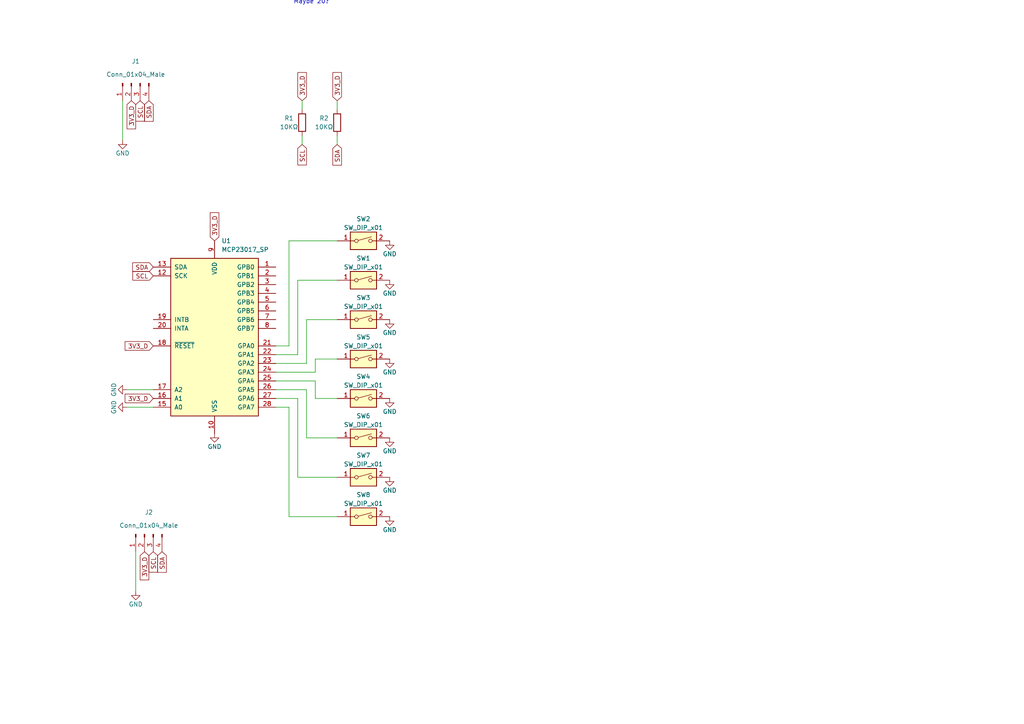
<source format=kicad_sch>
(kicad_sch (version 20231120) (generator "eeschema") (generator_version "8.0")
  (paper "A4")
  (title_block (title "Navigation Keypad") (date "2024-03-02") (rev "1.0.0"))
  (lib_symbols
    (symbol "Connector:Conn_01x04_Male" (pin_names (offset 1.016) hide)
      (property "Reference" "J" (at 0 5.08 0))
      (property "Value" "Conn_01x04_Male" (at 0 -7.62 0))
      (symbol "Conn_01x04_Male_1_1"
        (polyline (pts (xy 1.27 -5.08) (xy 0.8636 -5.08)) (stroke (width 0.1524)))
        (polyline (pts (xy 1.27 -2.54) (xy 0.8636 -2.54)) (stroke (width 0.1524)))
        (polyline (pts (xy 1.27 0) (xy 0.8636 0)) (stroke (width 0.1524)))
        (polyline (pts (xy 1.27 2.54) (xy 0.8636 2.54)) (stroke (width 0.1524)))
        (rectangle (start 0.8636 -4.953) (end 0 -5.207) (stroke (width 0.1524)) (fill (type outline)))
        (rectangle (start 0.8636 -2.413) (end 0 -2.667) (stroke (width 0.1524)) (fill (type outline)))
        (rectangle (start 0.8636 0.127) (end 0 -0.127) (stroke (width 0.1524)) (fill (type outline)))
        (rectangle (start 0.8636 2.667) (end 0 2.413) (stroke (width 0.1524)) (fill (type outline)))
        (pin passive line (at 5.08 2.54 180) (length 3.81) (name "Pin_1") (number "1"))
        (pin passive line (at 5.08 0 180) (length 3.81) (name "Pin_2") (number "2"))
        (pin passive line (at 5.08 -2.54 180) (length 3.81) (name "Pin_3") (number "3"))
        (pin passive line (at 5.08 -5.08 180) (length 3.81) (name "Pin_4") (number "4"))
      )
    )
    (symbol "Device:R" (pin_numbers hide) (pin_names (offset 0))
      (property "Reference" "R" (at 2.032 0 90))
      (property "Value" "R" (at 0 0 90))
      (symbol "R_0_1"
        (rectangle (start -1.016 -2.54) (end 1.016 2.54) (stroke (width 0.254)))
      )
      (symbol "R_1_1"
        (pin passive line (at 0 3.81 270) (length 1.27) (name "~") (number "1"))
        (pin passive line (at 0 -3.81 90) (length 1.27) (name "~") (number "2"))
      )
    )
    (symbol "Interface_Expansion:MCP23017_SP" (pin_names (offset 1.016))
      (property "Reference" "U" (at -11.43 24.13 0))
      (property "Value" "MCP23017_SP" (at 0 0 0))
      (symbol "MCP23017_SP_0_1"
        (rectangle (start -12.7 22.86) (end 12.7 -22.86) (stroke (width 0.254)) (fill (type background)))
      )
      (symbol "MCP23017_SP_1_1"
        (pin bidirectional line (at 17.78 20.32 180) (length 5.08) (name "GPB0") (number "1"))
        (pin power_in line (at 0 -27.94 90) (length 5.08) (name "VSS") (number "10"))
        (pin no_connect line (at -12.7 15.24 0) (length 5.08) hide (name "NC") (number "11"))
        (pin input line (at -17.78 17.78 0) (length 5.08) (name "SCK") (number "12"))
        (pin bidirectional line (at -17.78 20.32 0) (length 5.08) (name "SDA") (number "13"))
        (pin no_connect line (at -12.7 12.7 0) (length 5.08) hide (name "NC") (number "14"))
        (pin input line (at -17.78 -20.32 0) (length 5.08) (name "A0") (number "15"))
        (pin input line (at -17.78 -17.78 0) (length 5.08) (name "A1") (number "16"))
        (pin input line (at -17.78 -15.24 0) (length 5.08) (name "A2") (number "17"))
        (pin input line (at -17.78 -2.54 0) (length 5.08) (name "~{RESET}") (number "18"))
        (pin tri_state line (at -17.78 5.08 0) (length 5.08) (name "INTB") (number "19"))
        (pin bidirectional line (at 17.78 17.78 180) (length 5.08) (name "GPB1") (number "2"))
        (pin tri_state line (at -17.78 2.54 0) (length 5.08) (name "INTA") (number "20"))
        (pin bidirectional line (at 17.78 -2.54 180) (length 5.08) (name "GPA0") (number "21"))
        (pin bidirectional line (at 17.78 -5.08 180) (length 5.08) (name "GPA1") (number "22"))
        (pin bidirectional line (at 17.78 -7.62 180) (length 5.08) (name "GPA2") (number "23"))
        (pin bidirectional line (at 17.78 -10.16 180) (length 5.08) (name "GPA3") (number "24"))
        (pin bidirectional line (at 17.78 -12.7 180) (length 5.08) (name "GPA4") (number "25"))
        (pin bidirectional line (at 17.78 -15.24 180) (length 5.08) (name "GPA5") (number "26"))
        (pin bidirectional line (at 17.78 -17.78 180) (length 5.08) (name "GPA6") (number "27"))
        (pin bidirectional line (at 17.78 -20.32 180) (length 5.08) (name "GPA7") (number "28"))
        (pin bidirectional line (at 17.78 15.24 180) (length 5.08) (name "GPB2") (number "3"))
        (pin bidirectional line (at 17.78 12.7 180) (length 5.08) (name "GPB3") (number "4"))
        (pin bidirectional line (at 17.78 10.16 180) (length 5.08) (name "GPB4") (number "5"))
        (pin bidirectional line (at 17.78 7.62 180) (length 5.08) (name "GPB5") (number "6"))
        (pin bidirectional line (at 17.78 5.08 180) (length 5.08) (name "GPB6") (number "7"))
        (pin bidirectional line (at 17.78 2.54 180) (length 5.08) (name "GPB7") (number "8"))
        (pin power_in line (at 0 27.94 270) (length 5.08) (name "VDD") (number "9"))
      )
    )
    (symbol "Switch:SW_DIP_x01" (pin_names (offset 0) hide)
      (property "Reference" "SW" (at 0 3.81 0))
      (property "Value" "SW_DIP_x01" (at 0 -3.81 0))
      (symbol "SW_DIP_x01_0_0"
        (circle (center -2.032 0) (radius 0.508))
        (polyline (pts (xy -1.524 0.127) (xy 2.3622 1.1684)))
        (circle (center 2.032 0) (radius 0.508))
      )
      (symbol "SW_DIP_x01_0_1"
        (rectangle (start -3.81 2.54) (end 3.81 -2.54) (stroke (width 0.254)) (fill (type background)))
      )
      (symbol "SW_DIP_x01_1_1"
        (pin passive line (at -7.62 0 0) (length 5.08) (name "~") (number "1"))
        (pin passive line (at 7.62 0 180) (length 5.08) (name "~") (number "2"))
      )
    )
    (symbol "power:GND" (power) (pin_names (offset 0))
      (property "Value" "GND" (at 0 -3.81 0))
      (symbol "GND_0_1"
        (polyline (pts (xy 0 0) (xy 0 -1.27) (xy 1.27 -1.27) (xy 0 -2.54) (xy -1.27 -1.27) (xy 0 -1.27)))
      )
      (symbol "GND_1_1"
        (pin power_in line (at 0 0 270) (length 0) hide (name "GND") (number "1"))
      )
    )
  )
  (wire (pts (xy 83.82 100.33) (xy 83.82 69.85)))
  (wire (pts (xy 91.44 107.95) (xy 91.44 104.14)))
  (wire (pts (xy 91.44 115.57) (xy 97.79 115.57)))
  (wire (pts (xy 80.01 105.41) (xy 88.9 105.41)))
  (wire (pts (xy 83.82 118.11) (xy 83.82 149.86)))
  (wire (pts (xy 80.01 100.33) (xy 83.82 100.33)))
  (wire (pts (xy 80.01 113.03) (xy 88.9 113.03)))
  (wire (pts (xy 39.37 160.02) (xy 39.37 171.45)))
  (wire (pts (xy 88.9 113.03) (xy 88.9 127)))
  (wire (pts (xy 87.63 39.37) (xy 87.63 41.91)))
  (wire (pts (xy 97.79 31.75) (xy 97.79 29.21)))
  (wire (pts (xy 86.36 115.57) (xy 86.36 138.43)))
  (wire (pts (xy 83.82 149.86) (xy 97.79 149.86)))
  (wire (pts (xy 36.83 113.03) (xy 44.45 113.03)))
  (wire (pts (xy 88.9 92.71) (xy 97.79 92.71)))
  (wire (pts (xy 83.82 69.85) (xy 97.79 69.85)))
  (wire (pts (xy 80.01 107.95) (xy 91.44 107.95)))
  (wire (pts (xy 35.56 29.21) (xy 35.56 40.64)))
  (wire (pts (xy 36.83 118.11) (xy 44.45 118.11)))
  (wire (pts (xy 97.79 39.37) (xy 97.79 41.91)))
  (wire (pts (xy 80.01 110.49) (xy 91.44 110.49)))
  (wire (pts (xy 86.36 102.87) (xy 86.36 81.28)))
  (wire (pts (xy 86.36 81.28) (xy 97.79 81.28)))
  (wire (pts (xy 88.9 105.41) (xy 88.9 92.71)))
  (wire (pts (xy 91.44 104.14) (xy 97.79 104.14)))
  (wire (pts (xy 80.01 118.11) (xy 83.82 118.11)))
  (wire (pts (xy 80.01 115.57) (xy 86.36 115.57)))
  (wire (pts (xy 91.44 110.49) (xy 91.44 115.57)))
  (wire (pts (xy 88.9 127) (xy 97.79 127)))
  (wire (pts (xy 87.63 31.75) (xy 87.63 29.21)))
  (wire (pts (xy 80.01 102.87) (xy 86.36 102.87)))
  (wire (pts (xy 86.36 138.43) (xy 97.79 138.43)))
  (text "Maybe 20?" (at 85.09 1.27 0) (effects (font (size 1.27 1.27)) (justify left bottom)))
  (global_label "3V3_D" (shape input) (at 97.79 29.21 90) (property "Intersheetrefs" "${INTERSHEET_REFS}" (effects (hide yes))))
  (global_label "SDA" (shape input) (at 46.99 160.02 270) (property "Intersheetrefs" "${INTERSHEET_REFS}" (effects (hide yes))))
  (global_label "3V3_D" (shape input) (at 44.45 100.33 180) (property "Intersheetrefs" "${INTERSHEET_REFS}" (effects (hide yes))))
  (global_label "3V3_D" (shape input) (at 62.23 69.85 90) (property "Intersheetrefs" "${INTERSHEET_REFS}" (effects (hide yes))))
  (global_label "3V3_D" (shape input) (at 41.91 160.02 270) (property "Intersheetrefs" "${INTERSHEET_REFS}" (effects (hide yes))))
  (global_label "3V3_D" (shape input) (at 38.1 29.21 270) (property "Intersheetrefs" "${INTERSHEET_REFS}" (effects (hide yes))))
  (global_label "SDA" (shape input) (at 44.45 77.47 180) (property "Intersheetrefs" "${INTERSHEET_REFS}" (effects (hide yes))))
  (global_label "SCL" (shape input) (at 44.45 160.02 270) (property "Intersheetrefs" "${INTERSHEET_REFS}" (effects (hide yes))))
  (global_label "SDA" (shape input) (at 43.18 29.21 270) (property "Intersheetrefs" "${INTERSHEET_REFS}" (effects (hide yes))))
  (global_label "SCL" (shape input) (at 40.64 29.21 270) (property "Intersheetrefs" "${INTERSHEET_REFS}" (effects (hide yes))))
  (global_label "3V3_D" (shape input) (at 87.63 29.21 90) (property "Intersheetrefs" "${INTERSHEET_REFS}" (effects (hide yes))))
  (global_label "3V3_D" (shape input) (at 44.45 115.57 180) (property "Intersheetrefs" "${INTERSHEET_REFS}" (effects (hide yes))))
  (global_label "SCL" (shape input) (at 87.63 41.91 270) (property "Intersheetrefs" "${INTERSHEET_REFS}" (effects (hide yes))))
  (global_label "SDA" (shape input) (at 97.79 41.91 270) (property "Intersheetrefs" "${INTERSHEET_REFS}" (effects (hide yes))))
  (global_label "SCL" (shape input) (at 44.45 80.01 180) (property "Intersheetrefs" "${INTERSHEET_REFS}" (effects (hide yes))))
  (symbol (lib_id "Switch:SW_DIP_x01") (at 105.41 69.85 0) (unit 1)
    (property "Reference" "SW2" (at 105.41 63.5 0))
    (property "Value" "SW_DIP_x01" (at 105.41 66.04 0))
    (property "Footprint" "Button_Switch_THT:SW_PUSH_6mm" (effects (hide yes)))
  )
  (symbol (lib_id "Device:R") (at 97.79 35.56 180) (unit 1)
    (property "Reference" "R2" (at 93.98 34.29 0))
    (property "Value" "10KΩ" (at 93.98 36.83 0))
    (property "Footprint" "Resistor_THT:R_Axial_DIN0207_L6.3mm_D2.5mm_P10.16mm_Horizontal" (effects (hide yes)))
  )
  (symbol (lib_id "power:GND") (at 113.03 115.57 0) (mirror y) (unit 1)
    (property "Reference" "#PWR0108" (effects (hide yes)))
    (property "Value" "GND" (at 113.03 119.38 0))
  )
  (symbol (lib_id "Interface_Expansion:MCP23017_SP") (at 62.23 97.79 0) (unit 1)
    (property "Reference" "U1" (at 64.2494 69.85 0) (effects (justify left)))
    (property "Value" "MCP23017_SP" (at 64.2494 72.39 0) (effects (justify left)))
    (property "Footprint" "Package_DIP:DIP-28_W7.62mm" (effects (hide yes)))
    (property "Datasheet" "http://ww1.microchip.com/downloads/en/DeviceDoc/20001952C.pdf" (effects (hide yes)))
  )
  (symbol (lib_id "power:GND") (at 36.83 113.03 270) (mirror x) (unit 1)
    (property "Reference" "#PWR0102" (effects (hide yes)))
    (property "Value" "GND" (at 33.02 113.03 0))
  )
  (symbol (lib_id "Connector:Conn_01x04_Male") (at 38.1 24.13 90) (mirror x) (unit 1)
    (property "Reference" "J1" (at 39.37 17.78 90))
    (property "Value" "Conn_01x04_Male" (at 39.37 21.59 90))
    (property "Footprint" "Connector_PinHeader_2.54mm:PinHeader_1x04_P2.54mm_Horizontal" (effects (hide yes)))
  )
  (symbol (lib_id "Connector:Conn_01x04_Male") (at 41.91 154.94 90) (mirror x) (unit 1)
    (property "Reference" "J2" (at 43.18 148.59 90))
    (property "Value" "Conn_01x04_Male" (at 43.18 152.4 90))
    (property "Footprint" "Connector_PinSocket_2.54mm:PinSocket_1x04_P2.54mm_Horizontal" (effects (hide yes)))
  )
  (symbol (lib_id "Switch:SW_DIP_x01") (at 105.41 127 0) (unit 1)
    (property "Reference" "SW6" (at 105.41 120.65 0))
    (property "Value" "SW_DIP_x01" (at 105.41 123.19 0))
    (property "Footprint" "Button_Switch_THT:SW_PUSH_6mm" (effects (hide yes)))
  )
  (symbol (lib_id "Device:R") (at 87.63 35.56 180) (unit 1)
    (property "Reference" "R1" (at 83.82 34.29 0))
    (property "Value" "10KΩ" (at 83.82 36.83 0))
    (property "Footprint" "Resistor_THT:R_Axial_DIN0207_L6.3mm_D2.5mm_P10.16mm_Horizontal" (effects (hide yes)))
  )
  (symbol (lib_id "power:GND") (at 113.03 69.85 0) (mirror y) (unit 1)
    (property "Reference" "#PWR0112" (effects (hide yes)))
    (property "Value" "GND" (at 113.03 73.66 0))
  )
  (symbol (lib_id "power:GND") (at 62.23 125.73 0) (mirror y) (unit 1)
    (property "Reference" "#PWR0103" (effects (hide yes)))
    (property "Value" "GND" (at 62.23 129.54 0))
  )
  (symbol (lib_id "Switch:SW_DIP_x01") (at 105.41 81.28 0) (unit 1)
    (property "Reference" "SW1" (at 105.41 74.93 0))
    (property "Value" "SW_DIP_x01" (at 105.41 77.47 0))
    (property "Footprint" "Button_Switch_THT:SW_PUSH_6mm" (effects (hide yes)))
  )
  (symbol (lib_id "power:GND") (at 36.83 118.11 270) (mirror x) (unit 1)
    (property "Reference" "#PWR0104" (effects (hide yes)))
    (property "Value" "GND" (at 33.02 118.11 0))
  )
  (symbol (lib_id "power:GND") (at 39.37 171.45 0) (mirror y) (unit 1)
    (property "Reference" "#PWR01" (effects (hide yes)))
    (property "Value" "GND" (at 39.37 175.26 0))
  )
  (symbol (lib_id "power:GND") (at 113.03 127 0) (mirror y) (unit 1)
    (property "Reference" "#PWR0106" (effects (hide yes)))
    (property "Value" "GND" (at 113.03 130.81 0))
  )
  (symbol (lib_id "Switch:SW_DIP_x01") (at 105.41 149.86 0) (unit 1)
    (property "Reference" "SW8" (at 105.41 143.51 0))
    (property "Value" "SW_DIP_x01" (at 105.41 146.05 0))
    (property "Footprint" "Button_Switch_THT:SW_PUSH_6mm" (effects (hide yes)))
  )
  (symbol (lib_id "power:GND") (at 113.03 81.28 0) (mirror y) (unit 1)
    (property "Reference" "#PWR0113" (effects (hide yes)))
    (property "Value" "GND" (at 113.03 85.09 0))
  )
  (symbol (lib_id "power:GND") (at 35.56 40.64 0) (mirror y) (unit 1)
    (property "Reference" "#PWR0110" (effects (hide yes)))
    (property "Value" "GND" (at 35.56 44.45 0))
  )
  (symbol (lib_id "power:GND") (at 113.03 92.71 0) (mirror y) (unit 1)
    (property "Reference" "#PWR0111" (effects (hide yes)))
    (property "Value" "GND" (at 113.03 96.52 0))
  )
  (symbol (lib_id "Switch:SW_DIP_x01") (at 105.41 138.43 0) (unit 1)
    (property "Reference" "SW7" (at 105.41 132.08 0))
    (property "Value" "SW_DIP_x01" (at 105.41 134.62 0))
    (property "Footprint" "Button_Switch_THT:SW_PUSH_6mm" (effects (hide yes)))
  )
  (symbol (lib_id "power:GND") (at 113.03 104.14 0) (mirror y) (unit 1)
    (property "Reference" "#PWR0109" (effects (hide yes)))
    (property "Value" "GND" (at 113.03 107.95 0))
  )
  (symbol (lib_id "power:GND") (at 113.03 138.43 0) (mirror y) (unit 1)
    (property "Reference" "#PWR0105" (effects (hide yes)))
    (property "Value" "GND" (at 113.03 142.24 0))
  )
  (symbol (lib_id "Switch:SW_DIP_x01") (at 105.41 104.14 0) (unit 1)
    (property "Reference" "SW5" (at 105.41 97.79 0))
    (property "Value" "SW_DIP_x01" (at 105.41 100.33 0))
    (property "Footprint" "Button_Switch_THT:SW_PUSH_6mm" (effects (hide yes)))
  )
  (symbol (lib_id "Switch:SW_DIP_x01") (at 105.41 92.71 0) (unit 1)
    (property "Reference" "SW3" (at 105.41 86.36 0))
    (property "Value" "SW_DIP_x01" (at 105.41 88.9 0))
    (property "Footprint" "Button_Switch_THT:SW_PUSH_6mm" (effects (hide yes)))
  )
  (symbol (lib_id "Switch:SW_DIP_x01") (at 105.41 115.57 0) (unit 1)
    (property "Reference" "SW4" (at 105.41 109.22 0))
    (property "Value" "SW_DIP_x01" (at 105.41 111.76 0))
    (property "Footprint" "Button_Switch_THT:SW_PUSH_6mm" (effects (hide yes)))
  )
  (symbol (lib_id "power:GND") (at 113.03 149.86 0) (mirror y) (unit 1)
    (property "Reference" "#PWR0107" (effects (hide yes)))
    (property "Value" "GND" (at 113.03 153.67 0))
  )
)
</source>
